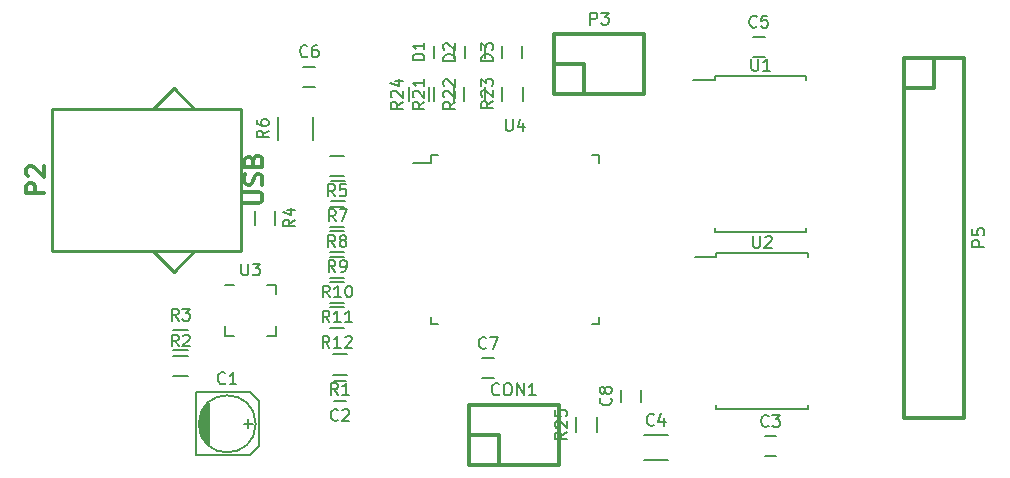
<source format=gbr>
G04 #@! TF.FileFunction,Legend,Top*
%FSLAX46Y46*%
G04 Gerber Fmt 4.6, Leading zero omitted, Abs format (unit mm)*
G04 Created by KiCad (PCBNEW no-vcs-found-product) date Sa 10 Okt 2015 23:31:38 CEST*
%MOMM*%
G01*
G04 APERTURE LIST*
%ADD10C,0.100000*%
%ADD11C,0.150000*%
%ADD12C,0.254000*%
%ADD13C,0.304800*%
%ADD14C,0.203200*%
G04 APERTURE END LIST*
D10*
D11*
X118414000Y-108165000D02*
X118414000Y-109562000D01*
X118541000Y-107911000D02*
X118541000Y-109689000D01*
X118668000Y-107530000D02*
X118668000Y-110070000D01*
X118795000Y-110197000D02*
X118795000Y-107403000D01*
X118922000Y-107276000D02*
X118922000Y-110324000D01*
X119049000Y-110451000D02*
X119049000Y-107149000D01*
X119176000Y-107022000D02*
X119176000Y-110578000D01*
X118033000Y-106133000D02*
X122605000Y-106133000D01*
X122605000Y-106133000D02*
X123367000Y-106895000D01*
X123367000Y-106895000D02*
X123367000Y-110705000D01*
X123367000Y-110705000D02*
X122605000Y-111467000D01*
X122605000Y-111467000D02*
X118033000Y-111467000D01*
X118033000Y-111467000D02*
X118033000Y-106133000D01*
X122859000Y-108800000D02*
X122097000Y-108800000D01*
X122478000Y-108419000D02*
X122478000Y-109181000D01*
X123113000Y-108800000D02*
G75*
G03X123113000Y-108800000I-2413000J0D01*
G01*
X129750000Y-106850000D02*
X130750000Y-106850000D01*
X130750000Y-105150000D02*
X129750000Y-105150000D01*
X167200000Y-109850000D02*
X166200000Y-109850000D01*
X166200000Y-111550000D02*
X167200000Y-111550000D01*
X158000000Y-109775000D02*
X156000000Y-109775000D01*
X156000000Y-111825000D02*
X158000000Y-111825000D01*
X166200000Y-76050000D02*
X165200000Y-76050000D01*
X165200000Y-77750000D02*
X166200000Y-77750000D01*
X128150000Y-78550000D02*
X127150000Y-78550000D01*
X127150000Y-80250000D02*
X128150000Y-80250000D01*
X143300000Y-103250000D02*
X142300000Y-103250000D01*
X142300000Y-104950000D02*
X143300000Y-104950000D01*
X154050000Y-105950000D02*
X154050000Y-106950000D01*
X155750000Y-106950000D02*
X155750000Y-105950000D01*
X138200000Y-76800000D02*
X138200000Y-77800000D01*
X139900000Y-77800000D02*
X139900000Y-76800000D01*
X140800000Y-76850000D02*
X140800000Y-77850000D01*
X142500000Y-77850000D02*
X142500000Y-76850000D01*
X144000000Y-76850000D02*
X144000000Y-77850000D01*
X145700000Y-77850000D02*
X145700000Y-76850000D01*
D12*
X117928600Y-94175200D02*
X116176000Y-95927800D01*
X116176000Y-95927800D02*
X114423400Y-94175200D01*
X117928600Y-82135600D02*
X116176000Y-80383000D01*
X116176000Y-80383000D02*
X114423400Y-82135600D01*
X116176000Y-82135600D02*
X105863600Y-82135600D01*
X105863600Y-82135600D02*
X105863600Y-94175200D01*
X105863600Y-94175200D02*
X116176000Y-94175200D01*
X116176000Y-94175200D02*
X121891000Y-94175200D01*
X121891000Y-94175200D02*
X121891000Y-82135600D01*
X121891000Y-82135600D02*
X116176000Y-82135600D01*
D13*
X148390000Y-75810000D02*
X156010000Y-75810000D01*
X156010000Y-75810000D02*
X156010000Y-80890000D01*
X156010000Y-80890000D02*
X148390000Y-80890000D01*
X148390000Y-78350000D02*
X150930000Y-78350000D01*
X150930000Y-78350000D02*
X150930000Y-80890000D01*
X148390000Y-75810000D02*
X148390000Y-80890000D01*
X178010000Y-108290000D02*
X178010000Y-77810000D01*
X183090000Y-77810000D02*
X183090000Y-108290000D01*
X180550000Y-77810000D02*
X180550000Y-80350000D01*
X180550000Y-80350000D02*
X178010000Y-80350000D01*
X183090000Y-77810000D02*
X178010000Y-77810000D01*
X178010000Y-108290000D02*
X183090000Y-108290000D01*
D11*
X129650000Y-102925000D02*
X130850000Y-102925000D01*
X130850000Y-104675000D02*
X129650000Y-104675000D01*
X117350000Y-104775000D02*
X116150000Y-104775000D01*
X116150000Y-103025000D02*
X117350000Y-103025000D01*
X117350000Y-102575000D02*
X116150000Y-102575000D01*
X116150000Y-100825000D02*
X117350000Y-100825000D01*
X123025000Y-91950000D02*
X123025000Y-90750000D01*
X124775000Y-90750000D02*
X124775000Y-91950000D01*
X129417000Y-86103400D02*
X130617000Y-86103400D01*
X130617000Y-87853400D02*
X129417000Y-87853400D01*
X129450000Y-88225000D02*
X130650000Y-88225000D01*
X130650000Y-89975000D02*
X129450000Y-89975000D01*
X129417000Y-90403400D02*
X130617000Y-90403400D01*
X130617000Y-92153400D02*
X129417000Y-92153400D01*
X129421000Y-92511100D02*
X130621000Y-92511100D01*
X130621000Y-94261100D02*
X129421000Y-94261100D01*
X129421000Y-94661100D02*
X130621000Y-94661100D01*
X130621000Y-96411100D02*
X129421000Y-96411100D01*
X129405000Y-96789200D02*
X130605000Y-96789200D01*
X130605000Y-98539200D02*
X129405000Y-98539200D01*
X129405000Y-98939200D02*
X130605000Y-98939200D01*
X130605000Y-100689200D02*
X129405000Y-100689200D01*
X139925000Y-80300000D02*
X139925000Y-81500000D01*
X138175000Y-81500000D02*
X138175000Y-80300000D01*
X142525000Y-80300000D02*
X142525000Y-81500000D01*
X140775000Y-81500000D02*
X140775000Y-80300000D01*
X145725000Y-80250000D02*
X145725000Y-81450000D01*
X143975000Y-81450000D02*
X143975000Y-80250000D01*
X137825000Y-80250000D02*
X137825000Y-81450000D01*
X136075000Y-81450000D02*
X136075000Y-80250000D01*
X124825000Y-97025000D02*
X124825000Y-97800000D01*
X120525000Y-101325000D02*
X120525000Y-100550000D01*
X124825000Y-101325000D02*
X124825000Y-100550000D01*
X120525000Y-97025000D02*
X121300000Y-97025000D01*
X120525000Y-101325000D02*
X121300000Y-101325000D01*
X124825000Y-101325000D02*
X124050000Y-101325000D01*
X124825000Y-97025000D02*
X124050000Y-97025000D01*
X137925000Y-86075000D02*
X137925000Y-86675000D01*
X152175000Y-86075000D02*
X152175000Y-86675000D01*
X152175000Y-100325000D02*
X152175000Y-99725000D01*
X137925000Y-100325000D02*
X137925000Y-99725000D01*
X137925000Y-86075000D02*
X138525000Y-86075000D01*
X137925000Y-100325000D02*
X138525000Y-100325000D01*
X152175000Y-100325000D02*
X151575000Y-100325000D01*
X152175000Y-86075000D02*
X151575000Y-86075000D01*
X137925000Y-86675000D02*
X136400000Y-86675000D01*
X161975000Y-79375000D02*
X161975000Y-79710000D01*
X169725000Y-79375000D02*
X169725000Y-79710000D01*
X169725000Y-92525000D02*
X169725000Y-92190000D01*
X161975000Y-92525000D02*
X161975000Y-92190000D01*
X161975000Y-79375000D02*
X169725000Y-79375000D01*
X161975000Y-92525000D02*
X169725000Y-92525000D01*
X161975000Y-79710000D02*
X160175000Y-79710000D01*
X162125000Y-94375000D02*
X162125000Y-94710000D01*
X169875000Y-94375000D02*
X169875000Y-94710000D01*
X169875000Y-107525000D02*
X169875000Y-107190000D01*
X162125000Y-107525000D02*
X162125000Y-107190000D01*
X162125000Y-94375000D02*
X169875000Y-94375000D01*
X162125000Y-107525000D02*
X169875000Y-107525000D01*
X162125000Y-94710000D02*
X160325000Y-94710000D01*
D13*
X141150000Y-107190000D02*
X148770000Y-107190000D01*
X148770000Y-107190000D02*
X148770000Y-112270000D01*
X148770000Y-112270000D02*
X141150000Y-112270000D01*
X141150000Y-109730000D02*
X143690000Y-109730000D01*
X143690000Y-109730000D02*
X143690000Y-112270000D01*
X141150000Y-107190000D02*
X141150000Y-112270000D01*
D11*
X151975000Y-108250000D02*
X151975000Y-109450000D01*
X150225000Y-109450000D02*
X150225000Y-108250000D01*
X127925000Y-82800000D02*
X127925000Y-84800000D01*
X124975000Y-84800000D02*
X124975000Y-82800000D01*
X120533334Y-105347143D02*
X120485715Y-105394762D01*
X120342858Y-105442381D01*
X120247620Y-105442381D01*
X120104762Y-105394762D01*
X120009524Y-105299524D01*
X119961905Y-105204286D01*
X119914286Y-105013810D01*
X119914286Y-104870952D01*
X119961905Y-104680476D01*
X120009524Y-104585238D01*
X120104762Y-104490000D01*
X120247620Y-104442381D01*
X120342858Y-104442381D01*
X120485715Y-104490000D01*
X120533334Y-104537619D01*
X121485715Y-105442381D02*
X120914286Y-105442381D01*
X121200000Y-105442381D02*
X121200000Y-104442381D01*
X121104762Y-104585238D01*
X121009524Y-104680476D01*
X120914286Y-104728095D01*
X130083334Y-108457143D02*
X130035715Y-108504762D01*
X129892858Y-108552381D01*
X129797620Y-108552381D01*
X129654762Y-108504762D01*
X129559524Y-108409524D01*
X129511905Y-108314286D01*
X129464286Y-108123810D01*
X129464286Y-107980952D01*
X129511905Y-107790476D01*
X129559524Y-107695238D01*
X129654762Y-107600000D01*
X129797620Y-107552381D01*
X129892858Y-107552381D01*
X130035715Y-107600000D01*
X130083334Y-107647619D01*
X130464286Y-107647619D02*
X130511905Y-107600000D01*
X130607143Y-107552381D01*
X130845239Y-107552381D01*
X130940477Y-107600000D01*
X130988096Y-107647619D01*
X131035715Y-107742857D01*
X131035715Y-107838095D01*
X130988096Y-107980952D01*
X130416667Y-108552381D01*
X131035715Y-108552381D01*
X166533334Y-108957143D02*
X166485715Y-109004762D01*
X166342858Y-109052381D01*
X166247620Y-109052381D01*
X166104762Y-109004762D01*
X166009524Y-108909524D01*
X165961905Y-108814286D01*
X165914286Y-108623810D01*
X165914286Y-108480952D01*
X165961905Y-108290476D01*
X166009524Y-108195238D01*
X166104762Y-108100000D01*
X166247620Y-108052381D01*
X166342858Y-108052381D01*
X166485715Y-108100000D01*
X166533334Y-108147619D01*
X166866667Y-108052381D02*
X167485715Y-108052381D01*
X167152381Y-108433333D01*
X167295239Y-108433333D01*
X167390477Y-108480952D01*
X167438096Y-108528571D01*
X167485715Y-108623810D01*
X167485715Y-108861905D01*
X167438096Y-108957143D01*
X167390477Y-109004762D01*
X167295239Y-109052381D01*
X167009524Y-109052381D01*
X166914286Y-109004762D01*
X166866667Y-108957143D01*
X156833334Y-108857143D02*
X156785715Y-108904762D01*
X156642858Y-108952381D01*
X156547620Y-108952381D01*
X156404762Y-108904762D01*
X156309524Y-108809524D01*
X156261905Y-108714286D01*
X156214286Y-108523810D01*
X156214286Y-108380952D01*
X156261905Y-108190476D01*
X156309524Y-108095238D01*
X156404762Y-108000000D01*
X156547620Y-107952381D01*
X156642858Y-107952381D01*
X156785715Y-108000000D01*
X156833334Y-108047619D01*
X157690477Y-108285714D02*
X157690477Y-108952381D01*
X157452381Y-107904762D02*
X157214286Y-108619048D01*
X157833334Y-108619048D01*
X165533334Y-75157143D02*
X165485715Y-75204762D01*
X165342858Y-75252381D01*
X165247620Y-75252381D01*
X165104762Y-75204762D01*
X165009524Y-75109524D01*
X164961905Y-75014286D01*
X164914286Y-74823810D01*
X164914286Y-74680952D01*
X164961905Y-74490476D01*
X165009524Y-74395238D01*
X165104762Y-74300000D01*
X165247620Y-74252381D01*
X165342858Y-74252381D01*
X165485715Y-74300000D01*
X165533334Y-74347619D01*
X166438096Y-74252381D02*
X165961905Y-74252381D01*
X165914286Y-74728571D01*
X165961905Y-74680952D01*
X166057143Y-74633333D01*
X166295239Y-74633333D01*
X166390477Y-74680952D01*
X166438096Y-74728571D01*
X166485715Y-74823810D01*
X166485715Y-75061905D01*
X166438096Y-75157143D01*
X166390477Y-75204762D01*
X166295239Y-75252381D01*
X166057143Y-75252381D01*
X165961905Y-75204762D01*
X165914286Y-75157143D01*
X127483334Y-77657143D02*
X127435715Y-77704762D01*
X127292858Y-77752381D01*
X127197620Y-77752381D01*
X127054762Y-77704762D01*
X126959524Y-77609524D01*
X126911905Y-77514286D01*
X126864286Y-77323810D01*
X126864286Y-77180952D01*
X126911905Y-76990476D01*
X126959524Y-76895238D01*
X127054762Y-76800000D01*
X127197620Y-76752381D01*
X127292858Y-76752381D01*
X127435715Y-76800000D01*
X127483334Y-76847619D01*
X128340477Y-76752381D02*
X128150000Y-76752381D01*
X128054762Y-76800000D01*
X128007143Y-76847619D01*
X127911905Y-76990476D01*
X127864286Y-77180952D01*
X127864286Y-77561905D01*
X127911905Y-77657143D01*
X127959524Y-77704762D01*
X128054762Y-77752381D01*
X128245239Y-77752381D01*
X128340477Y-77704762D01*
X128388096Y-77657143D01*
X128435715Y-77561905D01*
X128435715Y-77323810D01*
X128388096Y-77228571D01*
X128340477Y-77180952D01*
X128245239Y-77133333D01*
X128054762Y-77133333D01*
X127959524Y-77180952D01*
X127911905Y-77228571D01*
X127864286Y-77323810D01*
X142633334Y-102357143D02*
X142585715Y-102404762D01*
X142442858Y-102452381D01*
X142347620Y-102452381D01*
X142204762Y-102404762D01*
X142109524Y-102309524D01*
X142061905Y-102214286D01*
X142014286Y-102023810D01*
X142014286Y-101880952D01*
X142061905Y-101690476D01*
X142109524Y-101595238D01*
X142204762Y-101500000D01*
X142347620Y-101452381D01*
X142442858Y-101452381D01*
X142585715Y-101500000D01*
X142633334Y-101547619D01*
X142966667Y-101452381D02*
X143633334Y-101452381D01*
X143204762Y-102452381D01*
X153157143Y-106616666D02*
X153204762Y-106664285D01*
X153252381Y-106807142D01*
X153252381Y-106902380D01*
X153204762Y-107045238D01*
X153109524Y-107140476D01*
X153014286Y-107188095D01*
X152823810Y-107235714D01*
X152680952Y-107235714D01*
X152490476Y-107188095D01*
X152395238Y-107140476D01*
X152300000Y-107045238D01*
X152252381Y-106902380D01*
X152252381Y-106807142D01*
X152300000Y-106664285D01*
X152347619Y-106616666D01*
X152680952Y-106045238D02*
X152633333Y-106140476D01*
X152585714Y-106188095D01*
X152490476Y-106235714D01*
X152442857Y-106235714D01*
X152347619Y-106188095D01*
X152300000Y-106140476D01*
X152252381Y-106045238D01*
X152252381Y-105854761D01*
X152300000Y-105759523D01*
X152347619Y-105711904D01*
X152442857Y-105664285D01*
X152490476Y-105664285D01*
X152585714Y-105711904D01*
X152633333Y-105759523D01*
X152680952Y-105854761D01*
X152680952Y-106045238D01*
X152728571Y-106140476D01*
X152776190Y-106188095D01*
X152871429Y-106235714D01*
X153061905Y-106235714D01*
X153157143Y-106188095D01*
X153204762Y-106140476D01*
X153252381Y-106045238D01*
X153252381Y-105854761D01*
X153204762Y-105759523D01*
X153157143Y-105711904D01*
X153061905Y-105664285D01*
X152871429Y-105664285D01*
X152776190Y-105711904D01*
X152728571Y-105759523D01*
X152680952Y-105854761D01*
X137402381Y-78038095D02*
X136402381Y-78038095D01*
X136402381Y-77800000D01*
X136450000Y-77657142D01*
X136545238Y-77561904D01*
X136640476Y-77514285D01*
X136830952Y-77466666D01*
X136973810Y-77466666D01*
X137164286Y-77514285D01*
X137259524Y-77561904D01*
X137354762Y-77657142D01*
X137402381Y-77800000D01*
X137402381Y-78038095D01*
X137402381Y-76514285D02*
X137402381Y-77085714D01*
X137402381Y-76800000D02*
X136402381Y-76800000D01*
X136545238Y-76895238D01*
X136640476Y-76990476D01*
X136688095Y-77085714D01*
X140002381Y-78088095D02*
X139002381Y-78088095D01*
X139002381Y-77850000D01*
X139050000Y-77707142D01*
X139145238Y-77611904D01*
X139240476Y-77564285D01*
X139430952Y-77516666D01*
X139573810Y-77516666D01*
X139764286Y-77564285D01*
X139859524Y-77611904D01*
X139954762Y-77707142D01*
X140002381Y-77850000D01*
X140002381Y-78088095D01*
X139097619Y-77135714D02*
X139050000Y-77088095D01*
X139002381Y-76992857D01*
X139002381Y-76754761D01*
X139050000Y-76659523D01*
X139097619Y-76611904D01*
X139192857Y-76564285D01*
X139288095Y-76564285D01*
X139430952Y-76611904D01*
X140002381Y-77183333D01*
X140002381Y-76564285D01*
X143202381Y-78088095D02*
X142202381Y-78088095D01*
X142202381Y-77850000D01*
X142250000Y-77707142D01*
X142345238Y-77611904D01*
X142440476Y-77564285D01*
X142630952Y-77516666D01*
X142773810Y-77516666D01*
X142964286Y-77564285D01*
X143059524Y-77611904D01*
X143154762Y-77707142D01*
X143202381Y-77850000D01*
X143202381Y-78088095D01*
X142202381Y-77183333D02*
X142202381Y-76564285D01*
X142583333Y-76897619D01*
X142583333Y-76754761D01*
X142630952Y-76659523D01*
X142678571Y-76611904D01*
X142773810Y-76564285D01*
X143011905Y-76564285D01*
X143107143Y-76611904D01*
X143154762Y-76659523D01*
X143202381Y-76754761D01*
X143202381Y-77040476D01*
X143154762Y-77135714D01*
X143107143Y-77183333D01*
D13*
X105178889Y-89280257D02*
X103654889Y-89280257D01*
X103654889Y-88699685D01*
X103727460Y-88554543D01*
X103800031Y-88481971D01*
X103945174Y-88409400D01*
X104162889Y-88409400D01*
X104308031Y-88481971D01*
X104380603Y-88554543D01*
X104453174Y-88699685D01*
X104453174Y-89280257D01*
X103800031Y-87828828D02*
X103727460Y-87756257D01*
X103654889Y-87611114D01*
X103654889Y-87248257D01*
X103727460Y-87103114D01*
X103800031Y-87030543D01*
X103945174Y-86957971D01*
X104090317Y-86957971D01*
X104308031Y-87030543D01*
X105178889Y-87901400D01*
X105178889Y-86957971D01*
X122156249Y-90078543D02*
X123389963Y-90078543D01*
X123535106Y-90005971D01*
X123607677Y-89933400D01*
X123680249Y-89788257D01*
X123680249Y-89497971D01*
X123607677Y-89352829D01*
X123535106Y-89280257D01*
X123389963Y-89207686D01*
X122156249Y-89207686D01*
X123607677Y-88554543D02*
X123680249Y-88336829D01*
X123680249Y-87973972D01*
X123607677Y-87828829D01*
X123535106Y-87756258D01*
X123389963Y-87683686D01*
X123244820Y-87683686D01*
X123099677Y-87756258D01*
X123027106Y-87828829D01*
X122954534Y-87973972D01*
X122881963Y-88264258D01*
X122809391Y-88409400D01*
X122736820Y-88481972D01*
X122591677Y-88554543D01*
X122446534Y-88554543D01*
X122301391Y-88481972D01*
X122228820Y-88409400D01*
X122156249Y-88264258D01*
X122156249Y-87901400D01*
X122228820Y-87683686D01*
X122881963Y-86522543D02*
X122954534Y-86304829D01*
X123027106Y-86232257D01*
X123172249Y-86159686D01*
X123389963Y-86159686D01*
X123535106Y-86232257D01*
X123607677Y-86304829D01*
X123680249Y-86449971D01*
X123680249Y-87030543D01*
X122156249Y-87030543D01*
X122156249Y-86522543D01*
X122228820Y-86377400D01*
X122301391Y-86304829D01*
X122446534Y-86232257D01*
X122591677Y-86232257D01*
X122736820Y-86304829D01*
X122809391Y-86377400D01*
X122881963Y-86522543D01*
X122881963Y-87030543D01*
D14*
X151450096Y-74999619D02*
X151450096Y-73983619D01*
X151837143Y-73983619D01*
X151933905Y-74032000D01*
X151982286Y-74080381D01*
X152030667Y-74177143D01*
X152030667Y-74322286D01*
X151982286Y-74419048D01*
X151933905Y-74467429D01*
X151837143Y-74515810D01*
X151450096Y-74515810D01*
X152369334Y-73983619D02*
X152998286Y-73983619D01*
X152659620Y-74370667D01*
X152804762Y-74370667D01*
X152901524Y-74419048D01*
X152949905Y-74467429D01*
X152998286Y-74564190D01*
X152998286Y-74806095D01*
X152949905Y-74902857D01*
X152901524Y-74951238D01*
X152804762Y-74999619D01*
X152514477Y-74999619D01*
X152417715Y-74951238D01*
X152369334Y-74902857D01*
X184819619Y-93799904D02*
X183803619Y-93799904D01*
X183803619Y-93412857D01*
X183852000Y-93316095D01*
X183900381Y-93267714D01*
X183997143Y-93219333D01*
X184142286Y-93219333D01*
X184239048Y-93267714D01*
X184287429Y-93316095D01*
X184335810Y-93412857D01*
X184335810Y-93799904D01*
X183803619Y-92300095D02*
X183803619Y-92783904D01*
X184287429Y-92832285D01*
X184239048Y-92783904D01*
X184190667Y-92687142D01*
X184190667Y-92445238D01*
X184239048Y-92348476D01*
X184287429Y-92300095D01*
X184384190Y-92251714D01*
X184626095Y-92251714D01*
X184722857Y-92300095D01*
X184771238Y-92348476D01*
X184819619Y-92445238D01*
X184819619Y-92687142D01*
X184771238Y-92783904D01*
X184722857Y-92832285D01*
D11*
X130083334Y-106352381D02*
X129750000Y-105876190D01*
X129511905Y-106352381D02*
X129511905Y-105352381D01*
X129892858Y-105352381D01*
X129988096Y-105400000D01*
X130035715Y-105447619D01*
X130083334Y-105542857D01*
X130083334Y-105685714D01*
X130035715Y-105780952D01*
X129988096Y-105828571D01*
X129892858Y-105876190D01*
X129511905Y-105876190D01*
X131035715Y-106352381D02*
X130464286Y-106352381D01*
X130750000Y-106352381D02*
X130750000Y-105352381D01*
X130654762Y-105495238D01*
X130559524Y-105590476D01*
X130464286Y-105638095D01*
X116583334Y-102252381D02*
X116250000Y-101776190D01*
X116011905Y-102252381D02*
X116011905Y-101252381D01*
X116392858Y-101252381D01*
X116488096Y-101300000D01*
X116535715Y-101347619D01*
X116583334Y-101442857D01*
X116583334Y-101585714D01*
X116535715Y-101680952D01*
X116488096Y-101728571D01*
X116392858Y-101776190D01*
X116011905Y-101776190D01*
X116964286Y-101347619D02*
X117011905Y-101300000D01*
X117107143Y-101252381D01*
X117345239Y-101252381D01*
X117440477Y-101300000D01*
X117488096Y-101347619D01*
X117535715Y-101442857D01*
X117535715Y-101538095D01*
X117488096Y-101680952D01*
X116916667Y-102252381D01*
X117535715Y-102252381D01*
X116583334Y-100052381D02*
X116250000Y-99576190D01*
X116011905Y-100052381D02*
X116011905Y-99052381D01*
X116392858Y-99052381D01*
X116488096Y-99100000D01*
X116535715Y-99147619D01*
X116583334Y-99242857D01*
X116583334Y-99385714D01*
X116535715Y-99480952D01*
X116488096Y-99528571D01*
X116392858Y-99576190D01*
X116011905Y-99576190D01*
X116916667Y-99052381D02*
X117535715Y-99052381D01*
X117202381Y-99433333D01*
X117345239Y-99433333D01*
X117440477Y-99480952D01*
X117488096Y-99528571D01*
X117535715Y-99623810D01*
X117535715Y-99861905D01*
X117488096Y-99957143D01*
X117440477Y-100004762D01*
X117345239Y-100052381D01*
X117059524Y-100052381D01*
X116964286Y-100004762D01*
X116916667Y-99957143D01*
X126452381Y-91516666D02*
X125976190Y-91850000D01*
X126452381Y-92088095D02*
X125452381Y-92088095D01*
X125452381Y-91707142D01*
X125500000Y-91611904D01*
X125547619Y-91564285D01*
X125642857Y-91516666D01*
X125785714Y-91516666D01*
X125880952Y-91564285D01*
X125928571Y-91611904D01*
X125976190Y-91707142D01*
X125976190Y-92088095D01*
X125785714Y-90659523D02*
X126452381Y-90659523D01*
X125404762Y-90897619D02*
X126119048Y-91135714D01*
X126119048Y-90516666D01*
X129850334Y-89530781D02*
X129517000Y-89054590D01*
X129278905Y-89530781D02*
X129278905Y-88530781D01*
X129659858Y-88530781D01*
X129755096Y-88578400D01*
X129802715Y-88626019D01*
X129850334Y-88721257D01*
X129850334Y-88864114D01*
X129802715Y-88959352D01*
X129755096Y-89006971D01*
X129659858Y-89054590D01*
X129278905Y-89054590D01*
X130755096Y-88530781D02*
X130278905Y-88530781D01*
X130231286Y-89006971D01*
X130278905Y-88959352D01*
X130374143Y-88911733D01*
X130612239Y-88911733D01*
X130707477Y-88959352D01*
X130755096Y-89006971D01*
X130802715Y-89102210D01*
X130802715Y-89340305D01*
X130755096Y-89435543D01*
X130707477Y-89483162D01*
X130612239Y-89530781D01*
X130374143Y-89530781D01*
X130278905Y-89483162D01*
X130231286Y-89435543D01*
X129883334Y-91652381D02*
X129550000Y-91176190D01*
X129311905Y-91652381D02*
X129311905Y-90652381D01*
X129692858Y-90652381D01*
X129788096Y-90700000D01*
X129835715Y-90747619D01*
X129883334Y-90842857D01*
X129883334Y-90985714D01*
X129835715Y-91080952D01*
X129788096Y-91128571D01*
X129692858Y-91176190D01*
X129311905Y-91176190D01*
X130216667Y-90652381D02*
X130883334Y-90652381D01*
X130454762Y-91652381D01*
X129850334Y-93830781D02*
X129517000Y-93354590D01*
X129278905Y-93830781D02*
X129278905Y-92830781D01*
X129659858Y-92830781D01*
X129755096Y-92878400D01*
X129802715Y-92926019D01*
X129850334Y-93021257D01*
X129850334Y-93164114D01*
X129802715Y-93259352D01*
X129755096Y-93306971D01*
X129659858Y-93354590D01*
X129278905Y-93354590D01*
X130421762Y-93259352D02*
X130326524Y-93211733D01*
X130278905Y-93164114D01*
X130231286Y-93068876D01*
X130231286Y-93021257D01*
X130278905Y-92926019D01*
X130326524Y-92878400D01*
X130421762Y-92830781D01*
X130612239Y-92830781D01*
X130707477Y-92878400D01*
X130755096Y-92926019D01*
X130802715Y-93021257D01*
X130802715Y-93068876D01*
X130755096Y-93164114D01*
X130707477Y-93211733D01*
X130612239Y-93259352D01*
X130421762Y-93259352D01*
X130326524Y-93306971D01*
X130278905Y-93354590D01*
X130231286Y-93449829D01*
X130231286Y-93640305D01*
X130278905Y-93735543D01*
X130326524Y-93783162D01*
X130421762Y-93830781D01*
X130612239Y-93830781D01*
X130707477Y-93783162D01*
X130755096Y-93735543D01*
X130802715Y-93640305D01*
X130802715Y-93449829D01*
X130755096Y-93354590D01*
X130707477Y-93306971D01*
X130612239Y-93259352D01*
X129854334Y-95938481D02*
X129521000Y-95462290D01*
X129282905Y-95938481D02*
X129282905Y-94938481D01*
X129663858Y-94938481D01*
X129759096Y-94986100D01*
X129806715Y-95033719D01*
X129854334Y-95128957D01*
X129854334Y-95271814D01*
X129806715Y-95367052D01*
X129759096Y-95414671D01*
X129663858Y-95462290D01*
X129282905Y-95462290D01*
X130330524Y-95938481D02*
X130521000Y-95938481D01*
X130616239Y-95890862D01*
X130663858Y-95843243D01*
X130759096Y-95700386D01*
X130806715Y-95509910D01*
X130806715Y-95128957D01*
X130759096Y-95033719D01*
X130711477Y-94986100D01*
X130616239Y-94938481D01*
X130425762Y-94938481D01*
X130330524Y-94986100D01*
X130282905Y-95033719D01*
X130235286Y-95128957D01*
X130235286Y-95367052D01*
X130282905Y-95462290D01*
X130330524Y-95509910D01*
X130425762Y-95557529D01*
X130616239Y-95557529D01*
X130711477Y-95509910D01*
X130759096Y-95462290D01*
X130806715Y-95367052D01*
X129378143Y-98088481D02*
X129044809Y-97612290D01*
X128806714Y-98088481D02*
X128806714Y-97088481D01*
X129187667Y-97088481D01*
X129282905Y-97136100D01*
X129330524Y-97183719D01*
X129378143Y-97278957D01*
X129378143Y-97421814D01*
X129330524Y-97517052D01*
X129282905Y-97564671D01*
X129187667Y-97612290D01*
X128806714Y-97612290D01*
X130330524Y-98088481D02*
X129759095Y-98088481D01*
X130044809Y-98088481D02*
X130044809Y-97088481D01*
X129949571Y-97231338D01*
X129854333Y-97326576D01*
X129759095Y-97374195D01*
X130949571Y-97088481D02*
X131044810Y-97088481D01*
X131140048Y-97136100D01*
X131187667Y-97183719D01*
X131235286Y-97278957D01*
X131282905Y-97469433D01*
X131282905Y-97707529D01*
X131235286Y-97898005D01*
X131187667Y-97993243D01*
X131140048Y-98040862D01*
X131044810Y-98088481D01*
X130949571Y-98088481D01*
X130854333Y-98040862D01*
X130806714Y-97993243D01*
X130759095Y-97898005D01*
X130711476Y-97707529D01*
X130711476Y-97469433D01*
X130759095Y-97278957D01*
X130806714Y-97183719D01*
X130854333Y-97136100D01*
X130949571Y-97088481D01*
X129362143Y-100216581D02*
X129028809Y-99740390D01*
X128790714Y-100216581D02*
X128790714Y-99216581D01*
X129171667Y-99216581D01*
X129266905Y-99264200D01*
X129314524Y-99311819D01*
X129362143Y-99407057D01*
X129362143Y-99549914D01*
X129314524Y-99645152D01*
X129266905Y-99692771D01*
X129171667Y-99740390D01*
X128790714Y-99740390D01*
X130314524Y-100216581D02*
X129743095Y-100216581D01*
X130028809Y-100216581D02*
X130028809Y-99216581D01*
X129933571Y-99359438D01*
X129838333Y-99454676D01*
X129743095Y-99502295D01*
X131266905Y-100216581D02*
X130695476Y-100216581D01*
X130981190Y-100216581D02*
X130981190Y-99216581D01*
X130885952Y-99359438D01*
X130790714Y-99454676D01*
X130695476Y-99502295D01*
X129362143Y-102366581D02*
X129028809Y-101890390D01*
X128790714Y-102366581D02*
X128790714Y-101366581D01*
X129171667Y-101366581D01*
X129266905Y-101414200D01*
X129314524Y-101461819D01*
X129362143Y-101557057D01*
X129362143Y-101699914D01*
X129314524Y-101795152D01*
X129266905Y-101842771D01*
X129171667Y-101890390D01*
X128790714Y-101890390D01*
X130314524Y-102366581D02*
X129743095Y-102366581D01*
X130028809Y-102366581D02*
X130028809Y-101366581D01*
X129933571Y-101509438D01*
X129838333Y-101604676D01*
X129743095Y-101652295D01*
X130695476Y-101461819D02*
X130743095Y-101414200D01*
X130838333Y-101366581D01*
X131076429Y-101366581D01*
X131171667Y-101414200D01*
X131219286Y-101461819D01*
X131266905Y-101557057D01*
X131266905Y-101652295D01*
X131219286Y-101795152D01*
X130647857Y-102366581D01*
X131266905Y-102366581D01*
X137402381Y-81542857D02*
X136926190Y-81876191D01*
X137402381Y-82114286D02*
X136402381Y-82114286D01*
X136402381Y-81733333D01*
X136450000Y-81638095D01*
X136497619Y-81590476D01*
X136592857Y-81542857D01*
X136735714Y-81542857D01*
X136830952Y-81590476D01*
X136878571Y-81638095D01*
X136926190Y-81733333D01*
X136926190Y-82114286D01*
X136497619Y-81161905D02*
X136450000Y-81114286D01*
X136402381Y-81019048D01*
X136402381Y-80780952D01*
X136450000Y-80685714D01*
X136497619Y-80638095D01*
X136592857Y-80590476D01*
X136688095Y-80590476D01*
X136830952Y-80638095D01*
X137402381Y-81209524D01*
X137402381Y-80590476D01*
X137402381Y-79638095D02*
X137402381Y-80209524D01*
X137402381Y-79923810D02*
X136402381Y-79923810D01*
X136545238Y-80019048D01*
X136640476Y-80114286D01*
X136688095Y-80209524D01*
X140002381Y-81542857D02*
X139526190Y-81876191D01*
X140002381Y-82114286D02*
X139002381Y-82114286D01*
X139002381Y-81733333D01*
X139050000Y-81638095D01*
X139097619Y-81590476D01*
X139192857Y-81542857D01*
X139335714Y-81542857D01*
X139430952Y-81590476D01*
X139478571Y-81638095D01*
X139526190Y-81733333D01*
X139526190Y-82114286D01*
X139097619Y-81161905D02*
X139050000Y-81114286D01*
X139002381Y-81019048D01*
X139002381Y-80780952D01*
X139050000Y-80685714D01*
X139097619Y-80638095D01*
X139192857Y-80590476D01*
X139288095Y-80590476D01*
X139430952Y-80638095D01*
X140002381Y-81209524D01*
X140002381Y-80590476D01*
X139097619Y-80209524D02*
X139050000Y-80161905D01*
X139002381Y-80066667D01*
X139002381Y-79828571D01*
X139050000Y-79733333D01*
X139097619Y-79685714D01*
X139192857Y-79638095D01*
X139288095Y-79638095D01*
X139430952Y-79685714D01*
X140002381Y-80257143D01*
X140002381Y-79638095D01*
X143202381Y-81492857D02*
X142726190Y-81826191D01*
X143202381Y-82064286D02*
X142202381Y-82064286D01*
X142202381Y-81683333D01*
X142250000Y-81588095D01*
X142297619Y-81540476D01*
X142392857Y-81492857D01*
X142535714Y-81492857D01*
X142630952Y-81540476D01*
X142678571Y-81588095D01*
X142726190Y-81683333D01*
X142726190Y-82064286D01*
X142297619Y-81111905D02*
X142250000Y-81064286D01*
X142202381Y-80969048D01*
X142202381Y-80730952D01*
X142250000Y-80635714D01*
X142297619Y-80588095D01*
X142392857Y-80540476D01*
X142488095Y-80540476D01*
X142630952Y-80588095D01*
X143202381Y-81159524D01*
X143202381Y-80540476D01*
X142202381Y-80207143D02*
X142202381Y-79588095D01*
X142583333Y-79921429D01*
X142583333Y-79778571D01*
X142630952Y-79683333D01*
X142678571Y-79635714D01*
X142773810Y-79588095D01*
X143011905Y-79588095D01*
X143107143Y-79635714D01*
X143154762Y-79683333D01*
X143202381Y-79778571D01*
X143202381Y-80064286D01*
X143154762Y-80159524D01*
X143107143Y-80207143D01*
X135552381Y-81542857D02*
X135076190Y-81876191D01*
X135552381Y-82114286D02*
X134552381Y-82114286D01*
X134552381Y-81733333D01*
X134600000Y-81638095D01*
X134647619Y-81590476D01*
X134742857Y-81542857D01*
X134885714Y-81542857D01*
X134980952Y-81590476D01*
X135028571Y-81638095D01*
X135076190Y-81733333D01*
X135076190Y-82114286D01*
X134647619Y-81161905D02*
X134600000Y-81114286D01*
X134552381Y-81019048D01*
X134552381Y-80780952D01*
X134600000Y-80685714D01*
X134647619Y-80638095D01*
X134742857Y-80590476D01*
X134838095Y-80590476D01*
X134980952Y-80638095D01*
X135552381Y-81209524D01*
X135552381Y-80590476D01*
X134885714Y-79733333D02*
X135552381Y-79733333D01*
X134504762Y-79971429D02*
X135219048Y-80209524D01*
X135219048Y-79590476D01*
X121913095Y-95227381D02*
X121913095Y-96036905D01*
X121960714Y-96132143D01*
X122008333Y-96179762D01*
X122103571Y-96227381D01*
X122294048Y-96227381D01*
X122389286Y-96179762D01*
X122436905Y-96132143D01*
X122484524Y-96036905D01*
X122484524Y-95227381D01*
X122865476Y-95227381D02*
X123484524Y-95227381D01*
X123151190Y-95608333D01*
X123294048Y-95608333D01*
X123389286Y-95655952D01*
X123436905Y-95703571D01*
X123484524Y-95798810D01*
X123484524Y-96036905D01*
X123436905Y-96132143D01*
X123389286Y-96179762D01*
X123294048Y-96227381D01*
X123008333Y-96227381D01*
X122913095Y-96179762D01*
X122865476Y-96132143D01*
X144288095Y-83002381D02*
X144288095Y-83811905D01*
X144335714Y-83907143D01*
X144383333Y-83954762D01*
X144478571Y-84002381D01*
X144669048Y-84002381D01*
X144764286Y-83954762D01*
X144811905Y-83907143D01*
X144859524Y-83811905D01*
X144859524Y-83002381D01*
X145764286Y-83335714D02*
X145764286Y-84002381D01*
X145526190Y-82954762D02*
X145288095Y-83669048D01*
X145907143Y-83669048D01*
X165088095Y-77902381D02*
X165088095Y-78711905D01*
X165135714Y-78807143D01*
X165183333Y-78854762D01*
X165278571Y-78902381D01*
X165469048Y-78902381D01*
X165564286Y-78854762D01*
X165611905Y-78807143D01*
X165659524Y-78711905D01*
X165659524Y-77902381D01*
X166659524Y-78902381D02*
X166088095Y-78902381D01*
X166373809Y-78902381D02*
X166373809Y-77902381D01*
X166278571Y-78045238D01*
X166183333Y-78140476D01*
X166088095Y-78188095D01*
X165238095Y-92902381D02*
X165238095Y-93711905D01*
X165285714Y-93807143D01*
X165333333Y-93854762D01*
X165428571Y-93902381D01*
X165619048Y-93902381D01*
X165714286Y-93854762D01*
X165761905Y-93807143D01*
X165809524Y-93711905D01*
X165809524Y-92902381D01*
X166238095Y-92997619D02*
X166285714Y-92950000D01*
X166380952Y-92902381D01*
X166619048Y-92902381D01*
X166714286Y-92950000D01*
X166761905Y-92997619D01*
X166809524Y-93092857D01*
X166809524Y-93188095D01*
X166761905Y-93330952D01*
X166190476Y-93902381D01*
X166809524Y-93902381D01*
D14*
X143726286Y-106282857D02*
X143677905Y-106331238D01*
X143532762Y-106379619D01*
X143436000Y-106379619D01*
X143290858Y-106331238D01*
X143194096Y-106234476D01*
X143145715Y-106137714D01*
X143097334Y-105944190D01*
X143097334Y-105799048D01*
X143145715Y-105605524D01*
X143194096Y-105508762D01*
X143290858Y-105412000D01*
X143436000Y-105363619D01*
X143532762Y-105363619D01*
X143677905Y-105412000D01*
X143726286Y-105460381D01*
X144355239Y-105363619D02*
X144548762Y-105363619D01*
X144645524Y-105412000D01*
X144742286Y-105508762D01*
X144790667Y-105702286D01*
X144790667Y-106040952D01*
X144742286Y-106234476D01*
X144645524Y-106331238D01*
X144548762Y-106379619D01*
X144355239Y-106379619D01*
X144258477Y-106331238D01*
X144161715Y-106234476D01*
X144113334Y-106040952D01*
X144113334Y-105702286D01*
X144161715Y-105508762D01*
X144258477Y-105412000D01*
X144355239Y-105363619D01*
X145226096Y-106379619D02*
X145226096Y-105363619D01*
X145806667Y-106379619D01*
X145806667Y-105363619D01*
X146822667Y-106379619D02*
X146242096Y-106379619D01*
X146532382Y-106379619D02*
X146532382Y-105363619D01*
X146435620Y-105508762D01*
X146338858Y-105605524D01*
X146242096Y-105653905D01*
D11*
X149452381Y-109492857D02*
X148976190Y-109826191D01*
X149452381Y-110064286D02*
X148452381Y-110064286D01*
X148452381Y-109683333D01*
X148500000Y-109588095D01*
X148547619Y-109540476D01*
X148642857Y-109492857D01*
X148785714Y-109492857D01*
X148880952Y-109540476D01*
X148928571Y-109588095D01*
X148976190Y-109683333D01*
X148976190Y-110064286D01*
X148547619Y-109111905D02*
X148500000Y-109064286D01*
X148452381Y-108969048D01*
X148452381Y-108730952D01*
X148500000Y-108635714D01*
X148547619Y-108588095D01*
X148642857Y-108540476D01*
X148738095Y-108540476D01*
X148880952Y-108588095D01*
X149452381Y-109159524D01*
X149452381Y-108540476D01*
X148452381Y-107635714D02*
X148452381Y-108111905D01*
X148928571Y-108159524D01*
X148880952Y-108111905D01*
X148833333Y-108016667D01*
X148833333Y-107778571D01*
X148880952Y-107683333D01*
X148928571Y-107635714D01*
X149023810Y-107588095D01*
X149261905Y-107588095D01*
X149357143Y-107635714D01*
X149404762Y-107683333D01*
X149452381Y-107778571D01*
X149452381Y-108016667D01*
X149404762Y-108111905D01*
X149357143Y-108159524D01*
X124202381Y-83966666D02*
X123726190Y-84300000D01*
X124202381Y-84538095D02*
X123202381Y-84538095D01*
X123202381Y-84157142D01*
X123250000Y-84061904D01*
X123297619Y-84014285D01*
X123392857Y-83966666D01*
X123535714Y-83966666D01*
X123630952Y-84014285D01*
X123678571Y-84061904D01*
X123726190Y-84157142D01*
X123726190Y-84538095D01*
X123202381Y-83109523D02*
X123202381Y-83300000D01*
X123250000Y-83395238D01*
X123297619Y-83442857D01*
X123440476Y-83538095D01*
X123630952Y-83585714D01*
X124011905Y-83585714D01*
X124107143Y-83538095D01*
X124154762Y-83490476D01*
X124202381Y-83395238D01*
X124202381Y-83204761D01*
X124154762Y-83109523D01*
X124107143Y-83061904D01*
X124011905Y-83014285D01*
X123773810Y-83014285D01*
X123678571Y-83061904D01*
X123630952Y-83109523D01*
X123583333Y-83204761D01*
X123583333Y-83395238D01*
X123630952Y-83490476D01*
X123678571Y-83538095D01*
X123773810Y-83585714D01*
M02*

</source>
